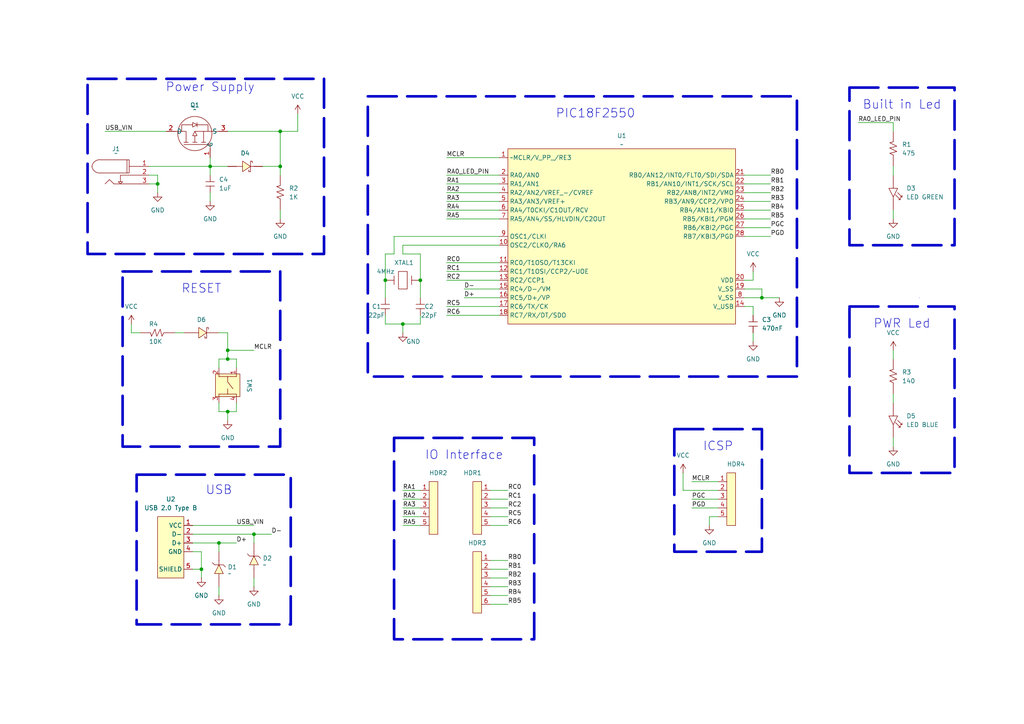
<source format=kicad_sch>
(kicad_sch (version 20231120) (generator "eeschema") (generator_version "8.0")
  (paper "A4")
  (lib_symbols
    (symbol "PICduino_18F2550:CAP_CER_1UF_16V_X7R_0805" (pin_numbers hide) (pin_names hide)
      (property "Reference" "C" (at -5.08 2.54 0))
      (property "Value" "1uF" (at 2.54 2.54 0))
      (symbol "CAP_CER_1UF_16V_X7R_0805_0_1"
        (polyline (pts (xy 0.635 1.27) (xy 0.635 -1.27)))
      )
      (symbol "CAP_CER_1UF_16V_X7R_0805_1_1"
        (polyline (pts (xy -0.635 1.27) (xy -0.635 -1.27)))
        (pin bidirectional line (at -2.54 0 0) (length 1.905) (name "A") (number "1"))
        (pin bidirectional line (at 2.54 0 180) (length 1.905) (name "B") (number "2"))
      )
    )
    (symbol "PICduino_18F2550:CAP_CER_22PF_10V_C0G/NP0_0805" (pin_numbers hide) (pin_names hide)
      (property "Reference" "C" (at -1.524 2.54 0))
      (property "Value" "22pF" (at 3.048 2.54 0))
      (symbol "CAP_CER_22PF_10V_C0G/NP0_0805_0_1"
        (polyline (pts (xy 0.635 1.27) (xy 0.635 -1.27)))
      )
      (symbol "CAP_CER_22PF_10V_C0G/NP0_0805_1_1"
        (polyline (pts (xy -0.635 1.27) (xy -0.635 -1.27)))
        (pin bidirectional line (at -2.54 0 0) (length 1.905) (name "A") (number "1"))
        (pin bidirectional line (at 2.54 0 180) (length 1.905) (name "B") (number "2"))
      )
    )
    (symbol "PICduino_18F2550:CAP_CER_470nF_X7R_0603" (pin_numbers hide) (pin_names hide)
      (property "Reference" "C" (at -5.08 2.54 0))
      (property "Value" "470nF" (at 5.08 2.54 0))
      (symbol "CAP_CER_470nF_X7R_0603_0_1"
        (polyline (pts (xy 0.635 1.27) (xy 0.635 -1.27)))
      )
      (symbol "CAP_CER_470nF_X7R_0603_1_1"
        (polyline (pts (xy -0.635 1.27) (xy -0.635 -1.27)))
        (pin bidirectional line (at -2.54 0 0) (length 1.905) (name "A") (number "1"))
        (pin bidirectional line (at 2.54 0 180) (length 1.905) (name "B") (number "2"))
      )
    )
    (symbol "PICduino_18F2550:CONN_HEADER_VERT_5POS_2.54MM" (pin_names hide)
      (property "Reference" "HDR" (at -5.08 5.08 0))
      (symbol "CONN_HEADER_VERT_5POS_2.54MM_1_1"
        (rectangle (start -2.54 7.62) (end 0 -7.62) (fill (type background)))
        (pin bidirectional line (at 2.54 5.08 180) (length 2.54) (name "A") (number "1"))
        (pin bidirectional line (at 2.54 2.54 180) (length 2.54) (name "B") (number "2"))
        (pin bidirectional line (at 2.54 0 180) (length 2.54) (name "C") (number "3"))
        (pin bidirectional line (at 2.54 -2.54 180) (length 2.54) (name "D") (number "4"))
        (pin bidirectional line (at 2.54 -5.08 180) (length 2.54) (name "E") (number "5"))
      )
    )
    (symbol "PICduino_18F2550:CONN_HEADER_VERT_6POS_2.54MM" (pin_names hide)
      (property "Reference" "HDR" (at -2.54 10.16 0))
      (symbol "CONN_HEADER_VERT_6POS_2.54MM_1_1"
        (rectangle (start -2.54 7.62) (end 0 -10.16) (fill (type background)))
        (pin bidirectional line (at 2.54 5.08 180) (length 2.54) (name "A") (number "1"))
        (pin bidirectional line (at 2.54 2.54 180) (length 2.54) (name "B") (number "2"))
        (pin bidirectional line (at 2.54 0 180) (length 2.54) (name "C") (number "3"))
        (pin bidirectional line (at 2.54 -2.54 180) (length 2.54) (name "D") (number "4"))
        (pin bidirectional line (at 2.54 -5.08 180) (length 2.54) (name "E") (number "5"))
        (pin bidirectional line (at 2.54 -7.62 180) (length 2.54) (name "F") (number "6"))
      )
    )
    (symbol "PICduino_18F2550:CONN_JACK_R/A_PCB_5.5X2.1MM" (pin_names hide)
      (property "Reference" "J" (at -7.62 7.62 0))
      (symbol "CONN_JACK_R/A_PCB_5.5X2.1MM_0_1"
        (arc (start -13.97 2.54) (mid -13.0945 1.0614) (end -11.43 0.635))
        (arc (start -11.43 4.445) (mid -13.0945 4.0186) (end -13.97 2.54))
        (polyline (pts (xy -6.35 -1.905) (xy -5.715 -2.54)))
        (polyline (pts (xy -6.35 -1.905) (xy -5.08 -1.905)))
        (polyline (pts (xy -5.715 -2.54) (xy -5.08 -1.905)))
        (polyline (pts (xy -3.81 0.635) (xy -11.43 0.635)))
        (polyline (pts (xy -3.81 4.445) (xy -11.43 4.445)))
        (polyline (pts (xy 0 -2.54) (xy -7.62 -2.54)))
        (polyline (pts (xy 0 2.54) (xy -3.175 2.54)))
        (polyline (pts (xy -7.62 -2.54) (xy -8.89 -1.27) (xy -10.16 -2.54)))
        (polyline (pts (xy 0 0) (xy -5.715 0) (xy -5.715 -1.905)))
        (polyline (pts (xy -3.175 0.635) (xy -3.81 0.635) (xy -3.81 4.445) (xy -3.175 4.445) (xy -3.175 0.635)))
      )
      (symbol "CONN_JACK_R/A_PCB_5.5X2.1MM_1_1"
        (pin bidirectional line (at 2.54 2.54 180) (length 2.54) (name "A") (number "1"))
        (pin bidirectional line (at 2.54 0 180) (length 2.54) (name "B") (number "2"))
        (pin bidirectional line (at 2.54 -2.54 180) (length 2.54) (name "C") (number "3"))
      )
    )
    (symbol "PICduino_18F2550:CRYSTAL_4.0000MHZ_16PF_TH" (pin_numbers hide) (pin_names hide)
      (property "Reference" "XTAL" (at -5.334 3.048 0))
      (property "Value" "4MHz" (at 4.318 3.302 0))
      (symbol "CRYSTAL_4.0000MHZ_16PF_TH_0_1"
        (polyline (pts (xy -2.54 1.27) (xy -2.54 -1.27)))
        (polyline (pts (xy 2.54 1.27) (xy 2.54 -1.27)))
        (polyline (pts (xy -1.27 -2.54) (xy -1.27 2.54) (xy 1.27 2.54) (xy 1.27 -2.54) (xy -1.27 -2.54)))
      )
      (symbol "CRYSTAL_4.0000MHZ_16PF_TH_1_1"
        (pin bidirectional line (at 5.08 0 180) (length 2.54) (name "A") (number "1"))
        (pin bidirectional line (at -5.08 0 0) (length 2.54) (name "B") (number "2"))
      )
    )
    (symbol "PICduino_18F2550:DIODE_SCHOTTKY_20V_1A_SOD523" (pin_numbers hide) (pin_names hide)
      (property "Reference" "D" (at -3.81 4.572 0))
      (symbol "DIODE_SCHOTTKY_20V_1A_SOD523_1_1"
        (polyline (pts (xy -0.762 0) (xy -2.54 0)))
        (polyline (pts (xy 1.016 -1.524) (xy 1.016 -1.016)))
        (polyline (pts (xy 1.524 -1.524) (xy 1.016 -1.524)))
        (polyline (pts (xy 1.524 0) (xy 1.524 -1.524)))
        (polyline (pts (xy 2.54 0) (xy 1.524 0)))
        (polyline (pts (xy 1.524 0) (xy 1.524 1.524) (xy 2.032 1.524) (xy 2.032 1.016)))
        (polyline (pts (xy -0.762 0) (xy -0.762 1.524) (xy 1.524 0) (xy -0.762 -1.524) (xy -0.762 0)) (fill (type background)))
        (pin input line (at -5.08 0 0) (length 2.54) (name "A") (number "1"))
        (pin input line (at 5.08 0 180) (length 2.54) (name "K") (number "2"))
      )
    )
    (symbol "PICduino_18F2550:LED_BLUE_DIFFUSED_1608_SMD" (pin_numbers hide) (pin_names hide)
      (property "Reference" "D" (at -7.62 5.08 0))
      (property "Value" "LED BLUE" (at 7.62 5.08 0))
      (symbol "LED_BLUE_DIFFUSED_1608_SMD_0_1"
        (polyline (pts (xy -1.27 0) (xy -2.54 0)))
        (polyline (pts (xy 0 1.27) (xy 1.27 2.54)))
        (polyline (pts (xy 0.635 0.635) (xy 1.905 1.905)))
        (polyline (pts (xy 1.27 0) (xy 2.54 0)))
        (polyline (pts (xy 1.27 2.54) (xy 0.762 2.54)))
        (polyline (pts (xy 1.27 2.54) (xy 1.27 2.032)))
        (polyline (pts (xy 2.032 2.032) (xy 2.032 1.524)))
        (polyline (pts (xy 2.032 2.032) (xy 1.524 2.032) (xy 1.524 2.032)))
        (polyline (pts (xy -1.27 0) (xy -1.27 1.27) (xy 1.27 0) (xy -1.27 -1.27) (xy -1.27 0)))
      )
      (symbol "LED_BLUE_DIFFUSED_1608_SMD_1_1"
        (pin bidirectional line (at -5.08 0 0) (length 2.54) (name "A") (number "1"))
        (pin bidirectional line (at 5.08 0 180) (length 2.54) (name "K") (number "2"))
      )
    )
    (symbol "PICduino_18F2550:LED_GREEN_DIFFUSED_1608_SMD" (pin_numbers hide) (pin_names hide)
      (property "Reference" "D" (at -7.62 7.62 0))
      (property "Value" "LED GREEN" (at 10.16 5.08 0))
      (symbol "LED_GREEN_DIFFUSED_1608_SMD_0_1"
        (polyline (pts (xy -1.27 0) (xy -2.54 0)))
        (polyline (pts (xy 0 1.27) (xy 1.27 2.54)))
        (polyline (pts (xy 0.635 0.635) (xy 1.905 1.905)))
        (polyline (pts (xy 1.27 0) (xy 2.54 0)))
        (polyline (pts (xy 1.27 2.54) (xy 0.762 2.54)))
        (polyline (pts (xy 1.27 2.54) (xy 1.27 2.032)))
        (polyline (pts (xy 2.032 2.032) (xy 2.032 1.524)))
        (polyline (pts (xy 2.032 2.032) (xy 1.524 2.032) (xy 1.524 2.032)))
        (polyline (pts (xy -1.27 0) (xy -1.27 1.27) (xy 1.27 0) (xy -1.27 -1.27) (xy -1.27 0)))
      )
      (symbol "LED_GREEN_DIFFUSED_1608_SMD_1_1"
        (pin bidirectional line (at -5.08 0 0) (length 2.54) (name "A") (number "1"))
        (pin bidirectional line (at 5.08 0 180) (length 2.54) (name "K") (number "2"))
      )
    )
    (symbol "PICduino_18F2550:P-CHANNEL_MOSFET"
      (property "Reference" "Q" (at -11.43 10.795 0))
      (symbol "P-CHANNEL_MOSFET_0_1"
        (polyline (pts (xy -2.54 -3.81) (xy 5.08 -3.81)))
        (polyline (pts (xy -1.27 -3.175) (xy -2.54 -3.175)))
        (polyline (pts (xy 0 -3.175) (xy 1.27 -3.175)))
        (polyline (pts (xy 0 1.27) (xy 1.27 1.905)))
        (polyline (pts (xy 0 2.54) (xy 0 1.27)))
        (polyline (pts (xy 0.635 -1.27) (xy 0.635 -3.175)))
        (polyline (pts (xy 0.635 0) (xy 7.62 0)))
        (polyline (pts (xy 1.27 1.905) (xy 0 2.54)))
        (polyline (pts (xy 1.27 2.54) (xy 1.27 1.27)))
        (polyline (pts (xy 2.54 -3.175) (xy 3.81 -3.175)))
        (polyline (pts (xy 3.175 -3.175) (xy 3.175 0)))
        (polyline (pts (xy 5.08 -5.08) (xy 5.08 -3.81)))
        (polyline (pts (xy -3.175 0) (xy -3.175 1.905) (xy 0 1.905)))
        (polyline (pts (xy -1.905 -3.175) (xy -1.905 0) (xy -5.08 0)))
        (polyline (pts (xy 4.445 0) (xy 4.445 1.905) (xy 1.27 1.905)))
        (polyline (pts (xy 0.635 -1.27) (xy 1.27 -1.27) (xy 0.635 0) (xy 0 -1.27) (xy 0.635 -1.27)))
        (circle (center 0.635 -0.635) (radius 4.9595))
      )
      (symbol "P-CHANNEL_MOSFET_1_1"
        (pin bidirectional line (at 5.08 -7.62 90) (length 2.54) (name "G") (number "1"))
        (pin bidirectional line (at -7.62 0 0) (length 2.54) (name "D") (number "2"))
        (pin bidirectional line (at 10.16 0 180) (length 2.54) (name "S") (number "3"))
      )
    )
    (symbol "PICduino_18F2550:PIC18F2550-I/SO"
      (property "Reference" "U" (at -30.48 7.62 0))
      (symbol "PIC18F2550-I/SO_1_1"
        (rectangle (start -33.02 5.08) (end 33.02 -45.72) (fill (type background)))
        (pin input line (at -35.56 2.54 0) (length 2.54) (name "~MCLR/V_PP_/RE3") (number "1"))
        (pin bidirectional line (at -35.56 -22.86 0) (length 2.54) (name "OSC2/CLKO/RA6") (number "10"))
        (pin bidirectional line (at -35.56 -27.94 0) (length 2.54) (name "RC0/T1OSO/T13CKI") (number "11"))
        (pin bidirectional line (at -35.56 -30.48 0) (length 2.54) (name "RC1/T1OSI/CCP2/~UOE") (number "12"))
        (pin bidirectional line (at -35.56 -33.02 0) (length 2.54) (name "RC2/CCP1") (number "13"))
        (pin bidirectional line (at 35.56 -40.64 180) (length 2.54) (name "V_USB") (number "14"))
        (pin bidirectional line (at -35.56 -35.56 0) (length 2.54) (name "RC4/D-/VM") (number "15"))
        (pin bidirectional line (at -35.56 -38.1 0) (length 2.54) (name "RC5/D+/VP") (number "16"))
        (pin bidirectional line (at -35.56 -40.64 0) (length 2.54) (name "RC6/TX/CK") (number "17"))
        (pin bidirectional line (at -35.56 -43.18 0) (length 2.54) (name "RC7/RX/DT/SDO") (number "18"))
        (pin power_out line (at 35.56 -35.56 180) (length 2.54) (name "V_SS") (number "19"))
        (pin bidirectional line (at -35.56 -2.54 0) (length 2.54) (name "RA0/AN0") (number "2"))
        (pin power_in line (at 35.56 -33.02 180) (length 2.54) (name "VDD") (number "20"))
        (pin bidirectional line (at 35.56 -2.54 180) (length 2.54) (name "RB0/AN12/INT0/FLT0/SDI/SDA") (number "21"))
        (pin bidirectional line (at 35.56 -5.08 180) (length 2.54) (name "RB1/AN10/INT1/SCK/SCL") (number "22"))
        (pin bidirectional line (at 35.56 -7.62 180) (length 2.54) (name "RB2/AN8/INT2/VMO") (number "23"))
        (pin bidirectional line (at 35.56 -10.16 180) (length 2.54) (name "RB3/AN9/CCP2/VPO") (number "24"))
        (pin bidirectional line (at 35.56 -12.7 180) (length 2.54) (name "RB4/AN11/KBI0") (number "25"))
        (pin bidirectional line (at 35.56 -15.24 180) (length 2.54) (name "RB5/KBI1/PGM") (number "26"))
        (pin bidirectional line (at 35.56 -17.78 180) (length 2.54) (name "RB6/KBI2/PGC") (number "27"))
        (pin bidirectional line (at 35.56 -20.32 180) (length 2.54) (name "RB7/KBI3/PGD") (number "28"))
        (pin bidirectional line (at -35.56 -5.08 0) (length 2.54) (name "RA1/AN1") (number "3"))
        (pin bidirectional line (at -35.56 -7.62 0) (length 2.54) (name "RA2/AN2/VREF_-/CVREF") (number "4"))
        (pin bidirectional line (at -35.56 -10.16 0) (length 2.54) (name "RA3/AN3/VREF+") (number "5"))
        (pin bidirectional line (at -35.56 -12.7 0) (length 2.54) (name "RA4/T0CKI/C1OUT/RCV") (number "6"))
        (pin bidirectional line (at -35.56 -15.24 0) (length 2.54) (name "RA5/AN4/SS/HLVDIN/C2OUT") (number "7"))
        (pin power_out line (at 35.56 -38.1 180) (length 2.54) (name "V_SS") (number "8"))
        (pin bidirectional line (at -35.56 -20.32 0) (length 2.54) (name "OSC1/CLKI") (number "9"))
      )
    )
    (symbol "PICduino_18F2550:RES_140_OHM_1%_1/8W_0805" (pin_numbers hide) (pin_names hide)
      (property "Reference" "R" (at -5.08 5.08 0))
      (property "Value" "140" (at 5.08 5.08 0))
      (symbol "RES_140_OHM_1%_1/8W_0805_0_1"
        (polyline (pts (xy -1.778 0) (xy -2.54 0)))
        (polyline (pts (xy -0.762 -1.016) (xy 0.254 1.016)))
        (polyline (pts (xy 0.254 1.016) (xy 0.762 -1.016)))
        (polyline (pts (xy 0.762 -1.016) (xy 1.778 1.016)))
        (polyline (pts (xy 1.778 1.016) (xy 2.032 0)))
        (polyline (pts (xy 2.032 0) (xy 2.54 0)))
        (polyline (pts (xy -1.778 0) (xy -1.27 1.016) (xy -0.762 -1.016)))
      )
      (symbol "RES_140_OHM_1%_1/8W_0805_1_1"
        (pin bidirectional line (at -5.08 0 0) (length 2.54) (name "A") (number "1"))
        (pin bidirectional line (at 5.08 0 180) (length 2.54) (name "B") (number "2"))
      )
    )
    (symbol "PICduino_18F2550:RES_1K_OHM_1%_1/10W_0603" (pin_numbers hide) (pin_names hide)
      (property "Reference" "R" (at -2.54 2.54 0))
      (property "Value" "1K" (at 5.08 2.54 0))
      (symbol "RES_1K_OHM_1%_1/10W_0603_0_1"
        (polyline (pts (xy -1.778 0) (xy -2.54 0)))
        (polyline (pts (xy -0.762 -1.016) (xy 0.254 1.016)))
        (polyline (pts (xy 0.254 1.016) (xy 0.762 -1.016)))
        (polyline (pts (xy 0.762 -1.016) (xy 1.778 1.016)))
        (polyline (pts (xy 1.778 1.016) (xy 2.032 0)))
        (polyline (pts (xy 2.032 0) (xy 2.54 0)))
        (polyline (pts (xy -1.778 0) (xy -1.27 1.016) (xy -0.762 -1.016)))
      )
      (symbol "RES_1K_OHM_1%_1/10W_0603_1_1"
        (pin bidirectional line (at -5.08 0 0) (length 2.54) (name "A") (number "1"))
        (pin bidirectional line (at 5.08 0 180) (length 2.54) (name "B") (number "2"))
      )
    )
    (symbol "PICduino_18F2550:RES_475_OHM_1%_1/8W_0805" (pin_numbers hide) (pin_names hide)
      (property "Reference" "R" (at -5.08 2.54 0))
      (property "Value" "475" (at 5.08 2.54 0))
      (symbol "RES_475_OHM_1%_1/8W_0805_0_1"
        (polyline (pts (xy -1.778 0) (xy -2.54 0)))
        (polyline (pts (xy -0.762 -1.016) (xy 0.254 1.016)))
        (polyline (pts (xy 0.254 1.016) (xy 0.762 -1.016)))
        (polyline (pts (xy 0.762 -1.016) (xy 1.778 1.016)))
        (polyline (pts (xy 1.778 1.016) (xy 2.032 0)))
        (polyline (pts (xy 2.032 0) (xy 2.54 0)))
        (polyline (pts (xy -1.778 0) (xy -1.27 1.016) (xy -0.762 -1.016)))
      )
      (symbol "RES_475_OHM_1%_1/8W_0805_1_1"
        (pin bidirectional line (at -5.08 0 0) (length 2.54) (name "A") (number "1"))
        (pin bidirectional line (at 5.08 0 180) (length 2.54) (name "B") (number "2"))
      )
    )
    (symbol "PICduino_18F2550:RES_SMD_10K_OHM_1%_1/8W_0805" (pin_numbers hide) (pin_names hide)
      (property "Reference" "R" (at -5.08 2.54 0))
      (property "Value" "10K" (at 5.08 2.54 0))
      (symbol "RES_SMD_10K_OHM_1%_1/8W_0805_0_1"
        (polyline (pts (xy -1.778 0) (xy -2.54 0)))
        (polyline (pts (xy -0.762 -1.016) (xy 0.254 1.016)))
        (polyline (pts (xy 0.254 1.016) (xy 0.762 -1.016)))
        (polyline (pts (xy 0.762 -1.016) (xy 1.778 1.016)))
        (polyline (pts (xy 1.778 1.016) (xy 2.032 0)))
        (polyline (pts (xy 2.032 0) (xy 2.54 0)))
        (polyline (pts (xy -1.778 0) (xy -1.27 1.016) (xy -0.762 -1.016)))
      )
      (symbol "RES_SMD_10K_OHM_1%_1/8W_0805_1_1"
        (pin bidirectional line (at -5.08 0 0) (length 2.54) (name "A") (number "1"))
        (pin bidirectional line (at 5.08 0 180) (length 2.54) (name "B") (number "2"))
      )
    )
    (symbol "PICduino_18F2550:SWITCH_TACTILE_SPST-NO_" (pin_names hide)
      (property "Reference" "SW" (at 0 5.08 0))
      (symbol "SWITCH_TACTILE_SPST-NO__0_1"
        (polyline (pts (xy -2.54 2.54) (xy -2.54 -2.54)))
        (polyline (pts (xy -1.016 0) (xy -2.54 0)))
        (polyline (pts (xy -1.016 0) (xy 1.016 1.524)))
        (polyline (pts (xy 1.016 0) (xy 2.54 0)))
        (polyline (pts (xy 2.54 -2.54) (xy 2.54 2.54)))
      )
      (symbol "SWITCH_TACTILE_SPST-NO__1_1"
        (rectangle (start -3.302 3.556) (end 3.302 -3.556) (fill (type background)))
        (pin bidirectional line (at -5.08 2.54 0) (length 2.54) (name "A") (number "1"))
        (pin bidirectional line (at -5.08 -2.54 0) (length 2.54) (name "B") (number "2"))
        (pin bidirectional line (at 5.08 -2.54 180) (length 2.54) (name "C") (number "3"))
        (pin bidirectional line (at 5.08 2.54 180) (length 2.54) (name "D") (number "4"))
      )
    )
    (symbol "PICduino_18F2550:TVS_diode_F5748CT-ND" (pin_numbers hide) (pin_names hide)
      (property "Reference" "D" (at 0 1.905 0))
      (symbol "TVS_diode_F5748CT-ND_1_1"
        (polyline (pts (xy -2.54 0) (xy -1.27 0)))
        (polyline (pts (xy 2.54 0) (xy 1.27 0)))
        (polyline (pts (xy 1.27 0) (xy 1.27 -1.27) (xy 0.635 -1.905)))
        (polyline (pts (xy 1.27 0) (xy 1.27 1.27) (xy 1.905 1.905)))
        (polyline (pts (xy 1.27 0) (xy -1.27 1.27) (xy -1.27 -1.27) (xy 1.27 0)) (fill (type background)))
        (pin input line (at -5.08 0 0) (length 2.54) (name "A") (number "1"))
        (pin input line (at 5.08 0 180) (length 2.54) (name "K") (number "2"))
      )
    )
    (symbol "PICduino_18F2550:USB2.0_TYPE_B"
      (property "Reference" "U" (at -10.16 7.62 0))
      (property "Value" "USB 2.0 Type B" (at 2.54 7.62 0))
      (symbol "USB2.0_TYPE_B_1_1"
        (rectangle (start -7.62 5.08) (end 0 -12.7) (fill (type background)))
        (pin input line (at 2.54 2.54 180) (length 2.54) (name "VCC") (number "1"))
        (pin input line (at 2.54 0 180) (length 2.54) (name "D-") (number "2"))
        (pin input line (at 2.54 -2.54 180) (length 2.54) (name "D+") (number "3"))
        (pin input line (at 2.54 -5.08 180) (length 2.54) (name "GND") (number "4"))
        (pin input line (at 2.54 -10.16 180) (length 2.54) (name "SHIELD") (number "5"))
      )
    )
    (symbol "power:GND" (power) (pin_numbers hide) (pin_names (offset 0) hide)
      (property "Value" "GND" (at 0 -3.81 0))
      (symbol "GND_0_1"
        (polyline (pts (xy 0 0) (xy 0 -1.27) (xy 1.27 -1.27) (xy 0 -2.54) (xy -1.27 -1.27) (xy 0 -1.27)))
      )
      (symbol "GND_1_1"
        (pin power_in line (at 0 0 270) (length 0) (name "~") (number "1"))
      )
    )
    (symbol "power:VCC" (power) (pin_numbers hide) (pin_names (offset 0) hide)
      (property "Value" "VCC" (at 0 3.556 0))
      (symbol "VCC_0_1"
        (polyline (pts (xy -0.762 1.27) (xy 0 2.54)))
        (polyline (pts (xy 0 0) (xy 0 2.54)))
        (polyline (pts (xy 0 2.54) (xy 0.762 1.27)))
      )
      (symbol "VCC_1_1"
        (pin power_in line (at 0 0 90) (length 0) (name "~") (number "1"))
      )
    )
  )
  (junction (at 45.72 53.34))
  (junction (at 58.42 165.1))
  (junction (at 111.76 81.28))
  (junction (at 60.96 48.26))
  (junction (at 116.84 93.98))
  (junction (at 121.92 81.28))
  (junction (at 220.98 86.36))
  (junction (at 81.28 48.26))
  (junction (at 73.66 154.94))
  (junction (at 81.28 38.1))
  (junction (at 63.5 157.48))
  (junction (at 66.04 119.38))
  (junction (at 66.04 104.14))
  (junction (at 66.04 101.6))
  (wire (pts (xy 198.12 137.16) (xy 198.12 142.24)))
  (wire (pts (xy 63.5 157.48) (xy 63.5 160.02)))
  (wire (pts (xy 38.1 96.52) (xy 38.1 93.98)))
  (wire (pts (xy 116.84 96.52) (xy 116.84 93.98)))
  (wire (pts (xy 68.58 116.84) (xy 68.58 119.38)))
  (wire (pts (xy 81.28 38.1) (xy 86.36 38.1)))
  (wire (pts (xy 129.54 81.28) (xy 144.78 81.28)))
  (wire (pts (xy 144.78 71.12) (xy 116.84 71.12)))
  (wire (pts (xy 111.76 73.66) (xy 111.76 81.28)))
  (wire (pts (xy 116.84 73.66) (xy 121.92 73.66)))
  (wire (pts (xy 45.72 53.34) (xy 45.72 50.8)))
  (wire (pts (xy 116.84 71.12) (xy 116.84 73.66)))
  (wire (pts (xy 248.92 35.56) (xy 259.08 35.56)))
  (wire (pts (xy 111.76 91.44) (xy 111.76 93.98)))
  (wire (pts (xy 259.08 60.96) (xy 259.08 63.5)))
  (wire (pts (xy 215.9 55.88) (xy 223.52 55.88)))
  (wire (pts (xy 215.9 66.04) (xy 223.52 66.04)))
  (wire (pts (xy 86.36 33.02) (xy 86.36 38.1)))
  (wire (pts (xy 129.54 88.9) (xy 144.78 88.9)))
  (wire (pts (xy 63.5 116.84) (xy 63.5 119.38)))
  (wire (pts (xy 142.24 175.26) (xy 147.32 175.26)))
  (wire (pts (xy 60.96 55.88) (xy 60.96 58.42)))
  (wire (pts (xy 116.84 142.24) (xy 121.92 142.24)))
  (wire (pts (xy 121.92 86.36) (xy 121.92 81.28)))
  (wire (pts (xy 215.9 53.34) (xy 223.52 53.34)))
  (wire (pts (xy 81.28 60.96) (xy 81.28 63.5)))
  (wire (pts (xy 129.54 45.72) (xy 144.78 45.72)))
  (wire (pts (xy 259.08 114.3) (xy 259.08 116.84)))
  (wire (pts (xy 114.3 68.58) (xy 114.3 73.66)))
  (wire (pts (xy 50.8 96.52) (xy 53.34 96.52)))
  (wire (pts (xy 66.04 101.6) (xy 66.04 96.52)))
  (wire (pts (xy 259.08 101.6) (xy 259.08 104.14)))
  (wire (pts (xy 114.3 73.66) (xy 111.76 73.66)))
  (wire (pts (xy 111.76 93.98) (xy 116.84 93.98)))
  (wire (pts (xy 68.58 119.38) (xy 66.04 119.38)))
  (wire (pts (xy 58.42 165.1) (xy 58.42 167.64)))
  (wire (pts (xy 66.04 104.14) (xy 68.58 104.14)))
  (wire (pts (xy 200.66 139.7) (xy 208.28 139.7)))
  (wire (pts (xy 60.96 48.26) (xy 60.96 50.8)))
  (wire (pts (xy 121.92 93.98) (xy 121.92 91.44)))
  (wire (pts (xy 129.54 91.44) (xy 144.78 91.44)))
  (wire (pts (xy 142.24 144.78) (xy 147.32 144.78)))
  (wire (pts (xy 73.66 167.64) (xy 73.66 170.18)))
  (wire (pts (xy 218.44 78.74) (xy 218.44 81.28)))
  (wire (pts (xy 30.48 38.1) (xy 48.26 38.1)))
  (wire (pts (xy 198.12 142.24) (xy 208.28 142.24)))
  (wire (pts (xy 129.54 60.96) (xy 144.78 60.96)))
  (wire (pts (xy 218.44 96.52) (xy 218.44 99.06)))
  (wire (pts (xy 116.84 93.98) (xy 121.92 93.98)))
  (wire (pts (xy 215.9 81.28) (xy 218.44 81.28)))
  (wire (pts (xy 111.76 86.36) (xy 111.76 81.28)))
  (wire (pts (xy 60.96 48.26) (xy 66.04 48.26)))
  (wire (pts (xy 58.42 160.02) (xy 58.42 165.1)))
  (wire (pts (xy 43.18 53.34) (xy 45.72 53.34)))
  (wire (pts (xy 43.18 50.8) (xy 45.72 50.8)))
  (wire (pts (xy 134.62 83.82) (xy 144.78 83.82)))
  (wire (pts (xy 142.24 170.18) (xy 147.32 170.18)))
  (wire (pts (xy 215.9 60.96) (xy 223.52 60.96)))
  (wire (pts (xy 142.24 172.72) (xy 147.32 172.72)))
  (wire (pts (xy 55.88 152.4) (xy 73.66 152.4)))
  (wire (pts (xy 63.5 96.52) (xy 66.04 96.52)))
  (wire (pts (xy 142.24 147.32) (xy 147.32 147.32)))
  (wire (pts (xy 205.74 149.86) (xy 205.74 152.4)))
  (wire (pts (xy 215.9 68.58) (xy 223.52 68.58)))
  (wire (pts (xy 129.54 76.2) (xy 144.78 76.2)))
  (wire (pts (xy 66.04 101.6) (xy 66.04 104.14)))
  (wire (pts (xy 63.5 104.14) (xy 66.04 104.14)))
  (wire (pts (xy 66.04 119.38) (xy 66.04 121.92)))
  (wire (pts (xy 116.84 152.4) (xy 121.92 152.4)))
  (wire (pts (xy 121.92 73.66) (xy 121.92 81.28)))
  (wire (pts (xy 60.96 48.26) (xy 60.96 45.72)))
  (wire (pts (xy 43.18 48.26) (xy 60.96 48.26)))
  (wire (pts (xy 144.78 68.58) (xy 114.3 68.58)))
  (wire (pts (xy 55.88 154.94) (xy 73.66 154.94)))
  (wire (pts (xy 215.9 63.5) (xy 223.52 63.5)))
  (wire (pts (xy 81.28 48.26) (xy 81.28 50.8)))
  (wire (pts (xy 116.84 149.86) (xy 121.92 149.86)))
  (wire (pts (xy 142.24 162.56) (xy 147.32 162.56)))
  (wire (pts (xy 259.08 48.26) (xy 259.08 50.8)))
  (wire (pts (xy 68.58 106.68) (xy 68.58 104.14)))
  (wire (pts (xy 116.84 147.32) (xy 121.92 147.32)))
  (wire (pts (xy 142.24 165.1) (xy 147.32 165.1)))
  (wire (pts (xy 215.9 88.9) (xy 218.44 88.9)))
  (wire (pts (xy 129.54 63.5) (xy 144.78 63.5)))
  (wire (pts (xy 55.88 160.02) (xy 58.42 160.02)))
  (wire (pts (xy 200.66 147.32) (xy 208.28 147.32)))
  (wire (pts (xy 73.66 154.94) (xy 78.74 154.94)))
  (wire (pts (xy 220.98 83.82) (xy 220.98 86.36)))
  (wire (pts (xy 215.9 83.82) (xy 220.98 83.82)))
  (wire (pts (xy 259.08 38.1) (xy 259.08 35.56)))
  (wire (pts (xy 142.24 167.64) (xy 147.32 167.64)))
  (wire (pts (xy 129.54 55.88) (xy 144.78 55.88)))
  (wire (pts (xy 63.5 170.18) (xy 63.5 172.72)))
  (wire (pts (xy 45.72 55.88) (xy 45.72 53.34)))
  (wire (pts (xy 73.66 154.94) (xy 73.66 157.48)))
  (wire (pts (xy 215.9 86.36) (xy 220.98 86.36)))
  (wire (pts (xy 218.44 91.44) (xy 218.44 88.9)))
  (wire (pts (xy 55.88 157.48) (xy 63.5 157.48)))
  (wire (pts (xy 38.1 96.52) (xy 40.64 96.52)))
  (wire (pts (xy 63.5 104.14) (xy 63.5 106.68)))
  (wire (pts (xy 215.9 58.42) (xy 223.52 58.42)))
  (wire (pts (xy 134.62 86.36) (xy 144.78 86.36)))
  (wire (pts (xy 81.28 38.1) (xy 81.28 48.26)))
  (wire (pts (xy 220.98 86.36) (xy 226.06 86.36)))
  (wire (pts (xy 200.66 144.78) (xy 208.28 144.78)))
  (wire (pts (xy 66.04 38.1) (xy 81.28 38.1)))
  (wire (pts (xy 259.08 127) (xy 259.08 129.54)))
  (wire (pts (xy 116.84 144.78) (xy 121.92 144.78)))
  (wire (pts (xy 129.54 53.34) (xy 144.78 53.34)))
  (wire (pts (xy 129.54 78.74) (xy 144.78 78.74)))
  (wire (pts (xy 215.9 50.8) (xy 223.52 50.8)))
  (wire (pts (xy 129.54 50.8) (xy 144.78 50.8)))
  (wire (pts (xy 66.04 101.6) (xy 73.66 101.6)))
  (wire (pts (xy 76.2 48.26) (xy 81.28 48.26)))
  (wire (pts (xy 142.24 149.86) (xy 147.32 149.86)))
  (wire (pts (xy 208.28 149.86) (xy 205.74 149.86)))
  (wire (pts (xy 142.24 152.4) (xy 147.32 152.4)))
  (wire (pts (xy 129.54 58.42) (xy 144.78 58.42)))
  (wire (pts (xy 142.24 142.24) (xy 147.32 142.24)))
  (wire (pts (xy 55.88 165.1) (xy 58.42 165.1)))
  (wire (pts (xy 66.04 119.38) (xy 63.5 119.38)))
  (wire (pts (xy 63.5 157.48) (xy 68.58 157.48)))
  (rectangle (start 35.56 78.74) (end 81.28 129.54) (stroke (width 0.762) (type dash)))
  (rectangle (start 39.624 137.668) (end 84.328 181.102) (stroke (width 0.762) (type dash)))
  (rectangle (start 246.38 25.4) (end 276.86 71.12) (stroke (width 0.762) (type dash)))
  (rectangle (start 266.7 86.36) (end 266.7 86.36))
  (rectangle (start 114.3 127) (end 154.94 185.42) (stroke (width 0.762) (type dash)))
  (rectangle (start 25.4 22.86) (end 93.98 73.66) (stroke (width 0.762) (type dash)))
  (rectangle (start 106.68 27.94) (end 231.14 109.22) (stroke (width 0.762) (type dash)))
  (rectangle (start 246.38 88.9) (end 276.86 137.16) (stroke (width 0.762) (type dash)))
  (rectangle (start 195.58 124.46) (end 220.98 160.02) (stroke (width 0.762) (type dash)))
  (text "Power Supply\n" (at 60.96 25.4 0) (effects (font (size 2.54 2.54))))
  (text "USB" (at 63.5 142.24 0) (effects (font (size 2.54 2.54))))
  (text "RESET" (at 58.42 83.82 0) (effects (font (size 2.54 2.54))))
  (text "PWR Led\n" (at 261.62 93.98 0) (effects (font (size 2.54 2.54))))
  (text "ICSP" (at 208.28 129.54 0) (effects (font (size 2.54 2.54))))
  (text "IO Interface\n" (at 134.62 132.08 0) (effects (font (size 2.54 2.54))))
  (text "Built in Led\n" (at 261.62 30.48 0) (effects (font (size 2.54 2.54))))
  (text "PIC18F2550\n" (at 172.72 33.02 0) (effects (font (size 2.54 2.54))))
  (label "MCLR" (at 73.66 101.6 0))
  (label "RB1" (at 223.52 53.34 0))
  (label "RC6" (at 129.54 91.44 0))
  (label "RA4" (at 129.54 60.96 0))
  (label "MCLR" (at 200.66 139.7 0))
  (label "RC0" (at 147.32 142.24 0))
  (label "PGC" (at 223.52 66.04 0))
  (label "USB_VIN" (at 68.58 152.4 0))
  (label "RA1" (at 116.84 142.24 0))
  (label "RB4" (at 223.52 60.96 0))
  (label "D+" (at 134.62 86.36 0))
  (label "RC1" (at 129.54 78.74 0))
  (label "RB5" (at 147.32 175.26 0))
  (label "MCLR" (at 129.54 45.72 0))
  (label "USB_VIN" (at 30.48 38.1 0))
  (label "RA2" (at 116.84 144.78 0))
  (label "RC0" (at 129.54 76.2 0))
  (label "RB5" (at 223.52 63.5 0))
  (label "RA3" (at 129.54 58.42 0))
  (label "RA5" (at 116.84 152.4 0))
  (label "RB2" (at 223.52 55.88 0))
  (label "RB2" (at 147.32 167.64 0))
  (label "PGD" (at 200.66 147.32 0))
  (label "RC2" (at 129.54 81.28 0))
  (label "RC6" (at 147.32 152.4 0))
  (label "RA3" (at 116.84 147.32 0))
  (label "RA1" (at 129.54 53.34 0))
  (label "RB3" (at 223.52 58.42 0))
  (label "RA0_LED_PIN" (at 129.54 50.8 0))
  (label "RA4" (at 116.84 149.86 0))
  (label "RA2" (at 129.54 55.88 0))
  (label "RB1" (at 147.32 165.1 0))
  (label "D-" (at 78.74 154.94 0))
  (label "D-" (at 134.62 83.82 0))
  (label "RC5" (at 147.32 149.86 0))
  (label "RB0" (at 147.32 162.56 0))
  (label "RB3" (at 147.32 170.18 0))
  (label "RA5" (at 129.54 63.5 0))
  (label "PGC" (at 200.66 144.78 0))
  (label "RC5" (at 129.54 88.9 0))
  (label "RC2" (at 147.32 147.32 0))
  (label "PGD" (at 223.52 68.58 0))
  (label "RB4" (at 147.32 172.72 0))
  (label "RA0_LED_PIN" (at 248.92 35.56 0))
  (label "RB0" (at 223.52 50.8 0))
  (label "RC1" (at 147.32 144.78 0))
  (label "D+" (at 68.58 157.48 0))
  (symbol (lib_id "PICduino_18F2550:DIODE_SCHOTTKY_20V_1A_SOD523") (at 71.12 48.26 0) (unit 1)
    (property "Reference" "D4" (at 71.12 44.45 0))
    (property "Value" "Schottky 620 mV @ 1 A 20V" (effects (hide yes)))
    (property "Datasheet" "https://assets.nexperia.com/documents/data-sheet/PMEG2010AEB.pdf" (effects (hide yes)))
    (property "Description" "DIODE SCHOTTKY 20V 1A SOD523" (effects (hide yes)))
    (property "MPN" "PMEG2010AEBF" (effects (hide yes)))
    (property "Manufacturer" "Nexperia USA Inc." (effects (hide yes)))
    (property "Supplier" "Digikey" (effects (hide yes)))
    (property "SPN" "1727-8539-1-ND" (effects (hide yes)))
  )
  (symbol (lib_id "power:GND") (at 66.04 121.92 0) (unit 1)
    (property "Reference" "#PWR017" (effects (hide yes)))
    (property "Value" "GND" (at 66.04 127 0))
    (property "Description" "Power symbol creates a global label with name \"GND\" , ground" (effects (hide yes)))
  )
  (symbol (lib_id "PICduino_18F2550:RES_SMD_10K_OHM_1%_1/8W_0805") (at 45.72 96.52 180) (unit 1)
    (property "Reference" "R4" (at 43.18 93.98 0) (effects (justify right)))
    (property "Value" "10K" (at 43.18 99.06 0) (effects (justify right)))
    (property "Datasheet" "https://www.vishay.com/docs/20035/dcrcwe3.pdf" (effects (hide yes)))
    (property "Description" "10 kOhms ±1% 0.125W, 1/8W Chip Resistor 0805 (2012 Metric) Automotive AEC-Q200 Thick Film" (effects (hide yes)))
    (property "Supplier" "Digikey" (effects (hide yes)))
    (property "MPN" "CRCW080510K0FKEA" (effects (hide yes)))
    (property "SPN" "541-10.0KCCT-ND" (effects (hide yes)))
    (property "Package" "0805 " (effects (hide yes)))
    (property "Manufacturer" "Vishay Dale" (effects (hide yes)))
  )
  (symbol (lib_id "PICduino_18F2550:LED_BLUE_DIFFUSED_1608_SMD") (at 259.08 121.92 270) (unit 1)
    (property "Reference" "D5" (at 262.89 120.6499 90) (effects (justify left)))
    (property "Value" "LED BLUE" (at 262.89 123.1899 90) (effects (justify left)))
    (property "Datasheet" "https://fscdn.rohm.com/en/products/databook/datasheet/opto/led/chip_mono/smld12bn1wt86-e.pdf" (effects (hide yes)))
    (property "Description" "Blue 470nm LED Indication - Discrete 2.9V 0603 (1608 Metric)" (effects (hide yes)))
    (property "Supplier" "Digikey" (effects (hide yes)))
    (property "MPN" "SMLD12BN1WT86" (effects (hide yes)))
    (property "SPN" "SMLD12BN1WT86CT-ND" (effects (hide yes)))
    (property "Package" "0603 " (effects (hide yes)))
    (property "Manufacturer" "Rohm Semiconductor" (effects (hide yes)))
  )
  (symbol (lib_id "power:GND") (at 60.96 58.42 0) (unit 1)
    (property "Reference" "#PWR010" (effects (hide yes)))
    (property "Value" "GND" (at 60.96 63.5 0))
    (property "Description" "Power symbol creates a global label with name \"GND\" , ground" (effects (hide yes)))
  )
  (symbol (lib_id "PICduino_18F2550:CONN_HEADER_VERT_5POS_2.54MM") (at 139.7 147.32 0) (unit 1)
    (property "Reference" "HDR1" (at 139.7 137.16 0) (effects (justify right)))
    (property "Value" "5POS 2.54mm" (effects (hide yes)))
    (property "Datasheet" "https://app.adam-tech.com/products/download/data_sheet/201605/ph1-xx-ua-data-sheet.pdf" (effects (hide yes)))
    (property "Description" "Connector Header Through Hole 5 position 0.100\" (2.54mm)" (effects (hide yes)))
    (property "MPN" "PH1-05-UA" (effects (hide yes)))
    (property "Manufacturer" "Adam Tech" (effects (hide yes)))
    (property "Supplier" "Digikey" (effects (hide yes)))
    (property "SPN" "2057-PH1-05-UA-ND" (effects (hide yes)))
  )
  (symbol (lib_id "PICduino_18F2550:DIODE_SCHOTTKY_20V_1A_SOD523") (at 58.42 96.52 0) (unit 1)
    (property "Reference" "D6" (at 58.42 92.71 0))
    (property "Value" "Schottky 620 mV @ 1 A 20V" (effects (hide yes)))
    (property "Datasheet" "https://assets.nexperia.com/documents/data-sheet/PMEG2010AEB.pdf" (effects (hide yes)))
    (property "Description" "DIODE SCHOTTKY 20V 1A SOD523" (effects (hide yes)))
    (property "MPN" "PMEG2010AEBF" (effects (hide yes)))
    (property "Manufacturer" "Nexperia USA Inc." (effects (hide yes)))
    (property "Supplier" "Digikey" (effects (hide yes)))
    (property "SPN" "1727-8539-1-ND" (effects (hide yes)))
  )
  (symbol (lib_id "PICduino_18F2550:CAP_CER_1UF_16V_X7R_0805") (at 60.96 53.34 90) (unit 1)
    (property "Reference" "C4" (at 63.5 52.0699 90) (effects (justify right)))
    (property "Value" "1uF" (at 63.5 54.6099 90) (effects (justify right)))
    (property "Datasheet" "https://www.yageo.com/upload/media/product/productsearch/datasheet/mlcc/UPY-GPHC_X7R_6.3V-to-250V_24.pdf" (effects (hide yes)))
    (property "Description" "1 µF ±10% 16V Ceramic Capacitor X7R 0805 (2012 Metric)" (effects (hide yes)))
    (property "MPN" "CC0805KKX7R7BB105" (effects (hide yes)))
    (property "Manufacturer" "YAGEO" (effects (hide yes)))
    (property "Supplier" "Digikey" (effects (hide yes)))
    (property "SPN" "311-1365-1-ND" (effects (hide yes)))
  )
  (symbol (lib_id "power:GND") (at 116.84 96.52 0) (unit 1)
    (property "Reference" "#PWR05" (effects (hide yes)))
    (property "Value" "GND" (at 121.92 99.06 0) (effects (justify right)))
    (property "Description" "Power symbol creates a global label with name \"GND\" , ground" (effects (hide yes)))
  )
  (symbol (lib_id "power:VCC") (at 86.36 33.02 0) (unit 1)
    (property "Reference" "#PWR012" (effects (hide yes)))
    (property "Value" "VCC" (at 86.36 27.94 0))
    (property "Description" "Power symbol creates a global label with name \"VCC\"" (effects (hide yes)))
  )
  (symbol (lib_id "power:GND") (at 226.06 86.36 0) (unit 1)
    (property "Reference" "#PWR018" (effects (hide yes)))
    (property "Value" "GND" (at 226.06 91.44 0))
    (property "Description" "Power symbol creates a global label with name \"GND\" , ground" (effects (hide yes)))
  )
  (symbol (lib_id "power:GND") (at 218.44 99.06 0) (unit 1)
    (property "Reference" "#PWR04" (effects (hide yes)))
    (property "Value" "GND" (at 218.44 104.14 0))
    (property "Description" "Power symbol creates a global label with name \"GND\" , ground" (effects (hide yes)))
  )
  (symbol (lib_id "power:GND") (at 45.72 55.88 0) (unit 1)
    (property "Reference" "#PWR06" (effects (hide yes)))
    (property "Value" "GND" (at 45.72 60.96 0))
    (property "Description" "Power symbol creates a global label with name \"GND\" , ground" (effects (hide yes)))
  )
  (symbol (lib_id "PICduino_18F2550:LED_GREEN_DIFFUSED_1608_SMD") (at 259.08 55.88 270) (unit 1)
    (property "Reference" "D3" (at 262.89 54.6099 90) (effects (justify left)))
    (property "Value" "LED GREEN" (at 262.89 57.1499 90) (effects (justify left)))
    (property "Datasheet" "https://fscdn.rohm.com/en/products/databook/datasheet/opto/led/chip_mono/sml-d12p8wt86-e.pdf" (effects (hide yes)))
    (property "Description" "Green 560nm LED Indication - Discrete 2.2V 0603 (1608 Metric)" (effects (hide yes)))
    (property "Digikey" "Digikey" (effects (hide yes)))
    (property "MPN" "SML-D12P8WT86" (effects (hide yes)))
    (property "SPN" "846-SML-D12P8WT86CT-ND" (effects (hide yes)))
    (property "Manufacturer" "Rohm Semiconductor" (effects (hide yes)))
    (property "Package" "0603 " (effects (hide yes)))
  )
  (symbol (lib_id "PICduino_18F2550:RES_1K_OHM_1%_1/10W_0603") (at 81.28 55.88 90) (unit 1)
    (property "Reference" "R2" (at 83.82 54.6099 90) (effects (justify right)))
    (property "Value" "1K" (at 83.82 57.1499 90) (effects (justify right)))
    (property "Datasheet" "https://www.yageo.com/upload/media/product/products/datasheet/rchip/PYu-RC_Group_51_RoHS_L_12.pdf" (effects (hide yes)))
    (property "Description" "1 kOhms ±1% 0.1W, 1/10W Chip Resistor 0603 (1608 Metric) Moisture Resistant Thick Film" (effects (hide yes)))
    (property "MPN" "RC0603FR-071KL" (effects (hide yes)))
    (property "Manufacturer" "YAGEO" (effects (hide yes)))
    (property "Supplier" "Digikey" (effects (hide yes)))
    (property "SPN" "311-1.00KHRCT-ND" (effects (hide yes)))
  )
  (symbol (lib_id "power:GND") (at 63.5 172.72 0) (unit 1)
    (property "Reference" "#PWR02" (effects (hide yes)))
    (property "Value" "GND" (at 63.5 177.8 0))
    (property "Description" "Power symbol creates a global label with name \"GND\" , ground" (effects (hide yes)))
  )
  (symbol (lib_id "power:VCC") (at 38.1 93.98 0) (unit 1)
    (property "Reference" "#PWR016" (effects (hide yes)))
    (property "Value" "VCC" (at 38.1 88.9 0))
    (property "Description" "Power symbol creates a global label with name \"VCC\"" (effects (hide yes)))
  )
  (symbol (lib_id "power:GND") (at 58.42 167.64 0) (unit 1)
    (property "Reference" "#PWR01" (effects (hide yes)))
    (property "Value" "GND" (at 58.42 172.72 0))
    (property "Description" "Power symbol creates a global label with name \"GND\" , ground" (effects (hide yes)))
  )
  (symbol (lib_id "power:VCC") (at 218.44 78.74 0) (unit 1)
    (property "Reference" "#PWR015" (effects (hide yes)))
    (property "Value" "VCC" (at 218.44 73.66 0))
    (property "Description" "Power symbol creates a global label with name \"VCC\"" (effects (hide yes)))
  )
  (symbol (lib_id "PICduino_18F2550:RES_475_OHM_1%_1/8W_0805") (at 259.08 43.18 90) (unit 1)
    (property "Reference" "R1" (at 261.62 41.9099 90) (effects (justify right)))
    (property "Value" "475" (at 261.62 44.4499 90) (effects (justify right)))
    (property "Datasheet" "https://www.yageo.com/upload/media/product/products/datasheet/rchip/PYu-RC_Group_51_RoHS_L_12.pdf" (effects (hide yes)))
    (property "Description" "475 Ohms ±1% 0.125W, 1/8W Chip Resistor 0805 (2012 Metric) Moisture Resistant Thick Film" (effects (hide yes)))
    (property "Supplier" "Digikey" (effects (hide yes)))
    (property "MPN" "RC0805FR-07475RL" (effects (hide yes)))
    (property "SPN" "311-475CRCT-ND" (effects (hide yes)))
    (property "Package" "0805 " (effects (hide yes)))
    (property "Manufacturer" "YAGEO" (effects (hide yes)))
  )
  (symbol (lib_id "PICduino_18F2550:CRYSTAL_4.0000MHZ_16PF_TH") (at 116.84 81.28 180) (unit 1)
    (property "Reference" "XTAL1" (at 114.3 76.2 0) (effects (justify right)))
    (property "Value" "4MHz" (at 109.22 78.74 0) (effects (justify right)))
    (property "Datasheet" "https://www.diodes.com/assets/Datasheets/GB_GG.pdf" (effects (hide yes)))
    (property "Description" "4 MHz ±30ppm Crystal 16pF 120 Ohms HC-49/US" (effects (hide yes)))
    (property "MPN" "GB0400005" (effects (hide yes)))
    (property "SPN" "GB0400005-ND" (effects (hide yes)))
    (property "Supplier" "Digikey" (effects (hide yes)))
    (property "Manufacturer" "Diodes Incorporated" (effects (hide yes)))
  )
  (symbol (lib_id "PICduino_18F2550:TVS_diode_F5748CT-ND") (at 63.5 165.1 90) (unit 1)
    (property "Reference" "D1" (at 66.04 164.4649 90) (effects (justify right)))
    (property "Value" "~" (at 66.04 166.37 90) (effects (justify right)))
    (property "Datasheet" "https://www.littelfuse.com/~/media/electronics/datasheets/tvs_diodes/littelfuse_tvs_diode_smf_datasheet.pdf.pdf" (effects (hide yes)))
    (property "Description" "9.2V Clamp 21.7A Ipp Tvs Diode Surface Mount SOD-123" (effects (hide yes)))
    (property "MPN" "SMF5.0A" (effects (hide yes)))
    (property "Manufacturer" "Littelfuse Inc." (effects (hide yes)))
    (property "Supplier" "Digikey" (effects (hide yes)))
    (property "SPN" "F5748CT-ND" (effects (hide yes)))
  )
  (symbol (lib_id "PICduino_18F2550:RES_140_OHM_1%_1/8W_0805") (at 259.08 109.22 90) (unit 1)
    (property "Reference" "R3" (at 261.62 107.9499 90) (effects (justify right)))
    (property "Value" "140" (at 261.62 110.4899 90) (effects (justify right)))
    (property "Datasheet" "https://www.vishay.com/docs/20035/dcrcwe3.pdf" (effects (hide yes)))
    (property "Description" "140 Ohms ±1% 0.125W, 1/8W Chip Resistor 0805 (2012 Metric) Moisture Resistant Thick Film" (effects (hide yes)))
    (property "Supplier" "Digikey" (effects (hide yes)))
    (property "MPN" "RC0805FR-07140RL" (effects (hide yes)))
    (property "SPN" "311-140CRCT-ND" (effects (hide yes)))
    (property "Package" "0805" (effects (hide yes)))
    (property "Manufacturer" "YAGEO" (effects (hide yes)))
  )
  (symbol (lib_id "PICduino_18F2550:CAP_CER_470nF_X7R_0603") (at 218.44 93.98 90) (unit 1)
    (property "Reference" "C3" (at 220.98 92.7099 90) (effects (justify right)))
    (property "Value" "470nF" (at 220.98 95.2499 90) (effects (justify right)))
    (property "Datasheet" "https://www.yageo.com/upload/media/product/productsearch/datasheet/mlcc/UPY-GPHC_X7R_6.3V-to-250V_24.pdf" (effects (hide yes)))
    (property "Description" "1 µF ±10% 16V Ceramic Capacitor X7R 0603 (1608 Metric)" (effects (hide yes)))
    (property "MPN" "CC0603KRX7R7BB105" (effects (hide yes)))
    (property "Manufacturer" "YAGEO" (effects (hide yes)))
    (property "Supplier" "Digikey" (effects (hide yes)))
    (property "SPN" "311-1446-1-ND" (effects (hide yes)))
  )
  (symbol (lib_id "PICduino_18F2550:CAP_CER_22PF_10V_C0G/NP0_0805") (at 111.76 88.9 90) (unit 1)
    (property "Reference" "C1" (at 109.22 88.9 90))
    (property "Value" "22pF" (at 109.22 91.44 90))
    (property "Datasheet" "https://www.we-online.com/components/products/datasheet/885012007002.pdf" (effects (hide yes)))
    (property "Description" "22 pF ±5% 10V Ceramic Capacitor C0G, NP0 0805 (2012 Metric)" (effects (hide yes)))
    (property "Supplier" "Digikey" (effects (hide yes)))
    (property "MPN" "885012007002" (effects (hide yes)))
    (property "SPN" "732-7807-1-ND" (effects (hide yes)))
    (property "Package" "0805 " (effects (hide yes)))
    (property "Manufacturer" "Würth Elektronik" (effects (hide yes)))
  )
  (symbol (lib_id "power:VCC") (at 198.12 137.16 0) (unit 1)
    (property "Reference" "#PWR013" (effects (hide yes)))
    (property "Value" "VCC" (at 198.12 132.08 0))
    (property "Description" "Power symbol creates a global label with name \"VCC\"" (effects (hide yes)))
  )
  (symbol (lib_id "PICduino_18F2550:CONN_HEADER_VERT_5POS_2.54MM") (at 124.46 147.32 0) (mirror y) (unit 1)
    (property "Reference" "HDR2" (at 124.46 137.16 0) (effects (justify right)))
    (property "Value" "5POS 2.54mm" (effects (hide yes)))
    (property "Datasheet" "https://app.adam-tech.com/products/download/data_sheet/201605/ph1-xx-ua-data-sheet.pdf" (effects (hide yes)))
    (property "Description" "Connector Header Through Hole 5 position 0.100\" (2.54mm)" (effects (hide yes)))
    (property "MPN" "PH1-05-UA" (effects (hide yes)))
    (property "Manufacturer" "Adam Tech" (effects (hide yes)))
    (property "Supplier" "Digikey" (effects (hide yes)))
    (property "SPN" "2057-PH1-05-UA-ND" (effects (hide yes)))
  )
  (symbol (lib_id "PICduino_18F2550:CONN_JACK_R/A_PCB_5.5X2.1MM") (at 40.64 50.8 0) (unit 1)
    (property "Reference" "J1" (at 33.655 43.18 0))
    (property "Value" "~" (at 33.655 44.45 0))
    (property "Datasheet" "https://tensility.s3.amazonaws.com/uploads/pdffiles/54-00166.pdf?X-Amz-Expires=600&X-Amz-Date=20240918T014419Z&X-Amz-Algorithm=AWS4-HMAC-SHA256&X-Amz-Credential=AKIAIS2S4WRDQDSWDRZQ%2F20240918%2Fus-west-2%2Fs3%2Faws4_request&X-Amz-SignedHeaders=host&X-Amz-Signature=5943796f996f782578c3ee796444c73853ad894052ecccff6f3b9c4bb6b9939c" (effects (hide yes)))
    (property "Description" "Power Barrel Connector Jack 2.10mm ID (0.083\"), 5.50mm OD (0.217\") Through Hole, Right Angle" (effects (hide yes)))
    (property "Supplier" "Digikey" (effects (hide yes)))
    (property "MPN" "54-00166" (effects (hide yes)))
    (property "SPN" "839-54-00166-ND" (effects (hide yes)))
    (property "Manufacturer" "Tensility International Corp" (effects (hide yes)))
  )
  (symbol (lib_id "power:GND") (at 81.28 63.5 0) (unit 1)
    (property "Reference" "#PWR08" (effects (hide yes)))
    (property "Value" "GND" (at 81.28 68.58 0))
    (property "Description" "Power symbol creates a global label with name \"GND\" , ground" (effects (hide yes)))
  )
  (symbol (lib_id "power:GND") (at 205.74 152.4 0) (unit 1)
    (property "Reference" "#PWR011" (effects (hide yes)))
    (property "Value" "GND" (at 205.74 157.48 0))
    (property "Description" "Power symbol creates a global label with name \"GND\" , ground" (effects (hide yes)))
  )
  (symbol (lib_id "PICduino_18F2550:TVS_diode_F5748CT-ND") (at 73.66 162.56 90) (unit 1)
    (property "Reference" "D2" (at 76.2 161.9249 90) (effects (justify right)))
    (property "Value" "~" (at 76.2 163.83 90) (effects (justify right)))
    (property "Datasheet" "https://www.littelfuse.com/~/media/electronics/datasheets/tvs_diodes/littelfuse_tvs_diode_smf_datasheet.pdf.pdf" (effects (hide yes)))
    (property "Description" "9.2V Clamp 21.7A Ipp Tvs Diode Surface Mount SOD-123" (effects (hide yes)))
    (property "MPN" "SMF5.0A" (effects (hide yes)))
    (property "Manufacturer" "Littelfuse Inc." (effects (hide yes)))
    (property "Supplier" "Digikey" (effects (hide yes)))
    (property "SPN" "F5748CT-ND" (effects (hide yes)))
  )
  (symbol (lib_id "PICduino_18F2550:CONN_HEADER_VERT_5POS_2.54MM") (at 210.82 144.78 0) (mirror y) (unit 1)
    (property "Reference" "HDR4" (at 210.82 134.62 0) (effects (justify right)))
    (property "Value" "5POS 2.54mm" (effects (hide yes)))
    (property "Datasheet" "https://app.adam-tech.com/products/download/data_sheet/201605/ph1-xx-ua-data-sheet.pdf" (effects (hide yes)))
    (property "Description" "Connector Header Through Hole 5 position 0.100\" (2.54mm)" (effects (hide yes)))
    (property "MPN" "PH1-05-UA" (effects (hide yes)))
    (property "Manufacturer" "Adam Tech" (effects (hide yes)))
    (property "Supplier" "Digikey" (effects (hide yes)))
    (property "SPN" "2057-PH1-05-UA-ND" (effects (hide yes)))
  )
  (symbol (lib_id "power:GND") (at 259.08 129.54 0) (unit 1)
    (property "Reference" "#PWR09" (effects (hide yes)))
    (property "Value" "GND" (at 259.08 134.62 0))
    (property "Description" "Power symbol creates a global label with name \"GND\" , ground" (effects (hide yes)))
  )
  (symbol (lib_id "PICduino_18F2550:P-CHANNEL_MOSFET") (at 55.88 38.1 0) (unit 1)
    (property "Reference" "Q1" (at 56.515 30.48 0))
    (property "Value" "~" (at 56.515 31.75 0))
    (property "Datasheet" "https://www.onsemi.com/pdf/datasheet/nds356ap-d.pdf" (effects (hide yes)))
    (property "Description" "P-Channel 30 V 1.1A (Ta) 500mW (Ta) Surface Mount SOT-23-3" (effects (hide yes)))
    (property "Supplier" "Digikey" (effects (hide yes)))
    (property "MPN" "NDS356AP-NB8L005A" (effects (hide yes)))
    (property "SPN" "2156-NDS356AP-NB8L005A-488-ND" (effects (hide yes)))
    (property "Manufacturer" "onsemi" (effects (hide yes)))
    (property "Package" "SOT-23-3" (effects (hide yes)))
  )
  (symbol (lib_id "power:GND") (at 73.66 170.18 0) (unit 1)
    (property "Reference" "#PWR03" (effects (hide yes)))
    (property "Value" "GND" (at 73.66 175.26 0))
    (property "Description" "Power symbol creates a global label with name \"GND\" , ground" (effects (hide yes)))
  )
  (symbol (lib_id "PICduino_18F2550:CAP_CER_22PF_10V_C0G/NP0_0805") (at 121.92 88.9 90) (unit 1)
    (property "Reference" "C2" (at 124.46 88.9 90))
    (property "Value" "22pF" (at 124.46 91.44 90))
    (property "Datasheet" "https://www.we-online.com/components/products/datasheet/885012007002.pdf" (effects (hide yes)))
    (property "Description" "22 pF ±5% 10V Ceramic Capacitor C0G, NP0 0805 (2012 Metric)" (effects (hide yes)))
    (property "Supplier" "Digikey" (effects (hide yes)))
    (property "MPN" "885012007002" (effects (hide yes)))
    (property "SPN" "732-7807-1-ND" (effects (hide yes)))
    (property "Package" "0805 " (effects (hide yes)))
    (property "Manufacturer" "Würth Elektronik" (effects (hide yes)))
  )
  (symbol (lib_id "PICduino_18F2550:PIC18F2550-I/SO") (at 180.34 48.26 0) (unit 1)
    (property "Reference" "U1" (at 180.34 39.37 0))
    (property "Value" "~" (at 180.34 41.91 0))
    (property "Datasheet" "https://ww1.microchip.com/downloads/en/devicedoc/39632c.pdf" (effects (hide yes)))
    (property "Description" "IC MCU 8BIT 32KB FLASH 28SOIC" (effects (hide yes)))
    (property "Supplier" "Digikey" (effects (hide yes)))
    (property "MPN" "PIC18F2550-I/SO" (effects (hide yes)))
    (property "SPN" "PIC18F2550-I/SO" (effects (hide yes)))
    (property "Package" "28-SOIC" (effects (hide yes)))
    (property "Manufacturer" "Microchip Technology" (effects (hide yes)))
  )
  (symbol (lib_id "power:VCC") (at 259.08 101.6 0) (unit 1)
    (property "Reference" "#PWR014" (effects (hide yes)))
    (property "Value" "VCC" (at 259.08 96.52 0))
    (property "Description" "Power symbol creates a global label with name \"VCC\"" (effects (hide yes)))
  )
  (symbol (lib_id "PICduino_18F2550:CONN_HEADER_VERT_6POS_2.54MM") (at 139.7 167.64 0) (unit 1)
    (property "Reference" "HDR3" (at 138.43 157.48 0))
    (property "Value" "6 POS 2.54mm" (effects (hide yes)))
    (property "Datasheet" "https://app.adam-tech.com/products/download/data_sheet/201605/ph1-xx-ua-data-sheet.pdf" (effects (hide yes)))
    (property "Description" "Connector Header Through Hole 6 position 0.100\" (2.54mm)" (effects (hide yes)))
    (property "MPN" "PH1-06-UA" (effects (hide yes)))
    (property "Manufacturer" "Adam Tech" (effects (hide yes)))
    (property "Supplier" "Digikey" (effects (hide yes)))
    (property "SPN" "2057-PH1-06-UA-ND" (effects (hide yes)))
  )
  (symbol (lib_id "PICduino_18F2550:USB2.0_TYPE_B") (at 53.34 154.94 0) (unit 1)
    (property "Reference" "U2" (at 49.53 144.78 0))
    (property "Value" "USB 2.0 Type B" (at 49.53 147.32 0))
    (property "Datasheet" "https://www.amphenol-cs.com/media/wysiwyg/files/drawing/61729.pdf" (effects (hide yes)))
    (property "Description" "USB-B (USB TYPE-B) USB 2.0 Receptacle Connector 4 Position Through Hole, Right Angle" (effects (hide yes)))
    (property "MPN" "61729-0010BLF" (effects (hide yes)))
    (property "Manufacturer" "Amphenol ICC (FCI)" (effects (hide yes)))
    (property "Supplier" "Digikey" (effects (hide yes)))
    (property "SPN" "609-1039-ND" (effects (hide yes)))
  )
  (symbol (lib_id "power:GND") (at 259.08 63.5 0) (unit 1)
    (property "Reference" "#PWR07" (effects (hide yes)))
    (property "Value" "GND" (at 259.08 68.58 0))
    (property "Description" "Power symbol creates a global label with name \"GND\" , ground" (effects (hide yes)))
  )
  (symbol (lib_id "PICduino_18F2550:SWITCH_TACTILE_SPST-NO_") (at 66.04 111.76 270) (unit 1)
    (property "Reference" "SW1" (at 72.39 111.76 0))
    (property "Value" "SWITCH_TACTILE_SPST-NO" (effects (hide yes)))
    (property "Datasheet" "https://omronfs.omron.com/en_US/ecb/products/pdf/en-b3f.pdf" (effects (hide yes)))
    (property "Description" "Tactile Switch SPST-NO Top Actuated Through Hole" (effects (hide yes)))
    (property "MPN" "B3F-1020" (effects (hide yes)))
    (property "Manufacturer" "Omron Electronics Inc-EMC Div" (effects (hide yes)))
    (property "Supplier" "Digikey" (effects (hide yes)))
    (property "SPN" "SW402-ND" (effects (hide yes)))
  )
)
</source>
